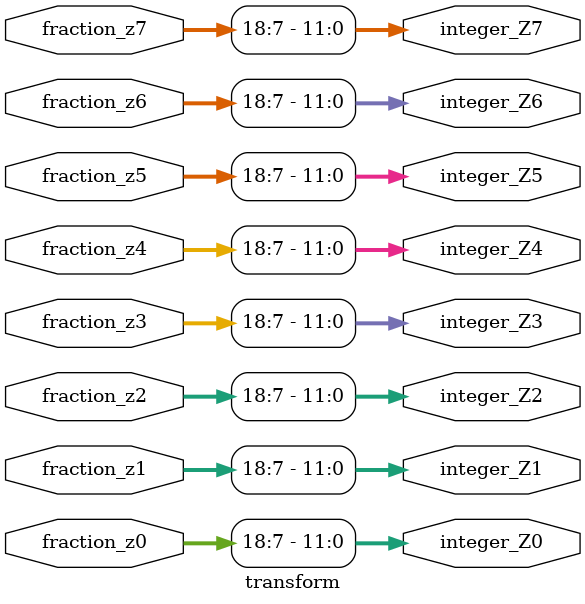
<source format=v>
module transform(

input signed[18:0] fraction_z0, fraction_z1, fraction_z2, fraction_z3, fraction_z4,fraction_z5,fraction_z6, fraction_z7,

output signed [11:0] integer_Z0, integer_Z1, integer_Z2, integer_Z3, integer_Z4,integer_Z5, integer_Z6, integer_Z7);

assign integer_Z0 =  fraction_z0[18:7];
assign integer_Z1 =  fraction_z1[18:7];
assign integer_Z2 =  fraction_z2[18:7];
assign integer_Z3 =  fraction_z3[18:7];
assign integer_Z4 =  fraction_z4[18:7];
assign integer_Z5 =  fraction_z5[18:7];
assign integer_Z6 =  fraction_z6[18:7];
assign integer_Z7 =  fraction_z7[18:7];

endmodule


</source>
